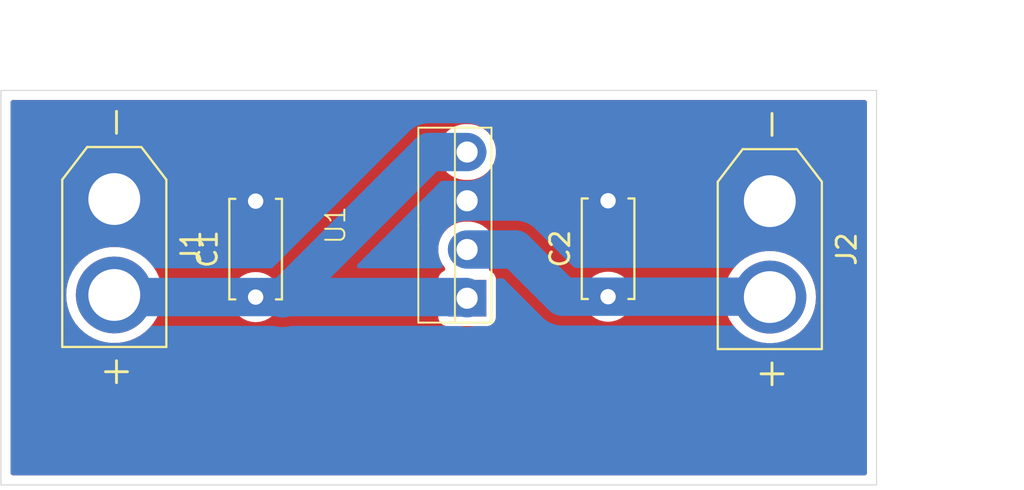
<source format=kicad_pcb>
(kicad_pcb (version 20240108) (generator "pcbnew") (generator_version "8.0")
  (layers (0 "F.Cu" signal) (31 "B.Cu" signal) (34 "B.Paste" user) (35 "F.Paste" user) (36 "B.SilkS" user "B.Silkscreen") (37 "F.SilkS" user "F.Silkscreen") (38 "B.Mask" user) (39 "F.Mask" user) (44 "Edge.Cuts" user))
  (net 0 "")
  (net 1 "GND")
  (net 2 "Net-(J1-Pin_2)")
  (net 3 "Net-(J2-Pin_2)")
  (footprint "Capacitor_THT:C_Disc_D5.0mm_W2.5mm_P5.00mm" (layer "F.Cu") (at 141.96 88.82 90)
    (property "Reference" "C2" (at 2.5 -2.5 90) (layer "F.SilkS"))
    (property "Value" "22u")
    (fp_line (start 5.12 -1.37) (end 5.12 -1.055) (stroke (width 0.12)) (layer "F.SilkS"))
    (fp_line (start -0.12 -1.37) (end 5.12 -1.37) (stroke (width 0.12)) (layer "F.SilkS"))
    (fp_line (start -0.12 -1.37) (end -0.12 -1.055) (stroke (width 0.12)) (layer "F.SilkS"))
    (fp_line (start 5.12 1.055) (end 5.12 1.37) (stroke (width 0.12)) (layer "F.SilkS"))
    (fp_line (start -0.12 1.055) (end -0.12 1.37) (stroke (width 0.12)) (layer "F.SilkS"))
    (fp_line (start -0.12 1.37) (end 5.12 1.37) (stroke (width 0.12)) (layer "F.SilkS"))
    (pad "1" thru_hole circle (at 0 0 90) (size 1.6 1.6) (drill 0.8) (layers "*.Cu" "*.Mask") (net 3 "Net-(J2-Pin_2)"))
    (pad "2" thru_hole circle (at 5 0 90) (size 1.6 1.6) (drill 0.8) (layers "*.Cu" "*.Mask") (net 1 "GND"))
  )
  (footprint "Connector_AMASS:AMASS_XT30U-F_1x02_P5.0mm_Vertical" (layer "F.Cu") (at 116.25 83.73 -90)
    (property "Reference" "J1" (at 2.5 -4 90) (layer "F.SilkS"))
    (property "Value" "Conn_01x02_Pin")
    (fp_line (start -1.01 2.71) (end 7.71 2.71) (stroke (width 0.12)) (layer "F.SilkS"))
    (fp_line (start -2.71 1.41) (end -1.01 2.71) (stroke (width 0.12)) (layer "F.SilkS"))
    (fp_line (start -2.71 -1.41) (end -2.71 1.41) (stroke (width 0.12)) (layer "F.SilkS"))
    (fp_line (start -2.71 -1.41) (end -1.01 -2.71) (stroke (width 0.12)) (layer "F.SilkS"))
    (fp_line (start -1.01 -2.71) (end 7.71 -2.71) (stroke (width 0.12)) (layer "F.SilkS"))
    (fp_line (start 7.71 -2.71) (end 7.71 2.71) (stroke (width 0.12)) (layer "F.SilkS"))
    (fp_text user "+" (at 9 0 90) (layer "F.SilkS") (effects (font (size 1.5 1.5))))
    (fp_text user "-" (at -4 0 90) (layer "F.SilkS") (effects (font (size 1.5 1.5))))
    (pad "1" thru_hole rect (at 0 0 270) (size 3.8 3.8) (drill 2.7) (layers "*.Cu" "*.Mask") (net 1 "GND"))
    (pad "2" thru_hole circle (at 5 0 270) (size 4 4) (drill 2.7) (layers "*.Cu" "*.Mask") (net 2 "Net-(J1-Pin_2)"))
  )
  (footprint "Capacitor_THT:C_Disc_D5.0mm_W2.5mm_P5.00mm" (layer "F.Cu") (at 123.61 88.84 90)
    (property "Reference" "C1" (at 2.5 -2.5 90) (layer "F.SilkS"))
    (property "Value" "0.33u")
    (fp_line (start 5.12 -1.37) (end 5.12 -1.055) (stroke (width 0.12)) (layer "F.SilkS"))
    (fp_line (start -0.12 -1.37) (end 5.12 -1.37) (stroke (width 0.12)) (layer "F.SilkS"))
    (fp_line (start -0.12 -1.37) (end -0.12 -1.055) (stroke (width 0.12)) (layer "F.SilkS"))
    (fp_line (start 5.12 1.055) (end 5.12 1.37) (stroke (width 0.12)) (layer "F.SilkS"))
    (fp_line (start -0.12 1.055) (end -0.12 1.37) (stroke (width 0.12)) (layer "F.SilkS"))
    (fp_line (start -0.12 1.37) (end 5.12 1.37) (stroke (width 0.12)) (layer "F.SilkS"))
    (pad "1" thru_hole circle (at 0 0 90) (size 1.6 1.6) (drill 0.8) (layers "*.Cu" "*.Mask") (net 2 "Net-(J1-Pin_2)"))
    (pad "2" thru_hole circle (at 5 0 90) (size 1.6 1.6) (drill 0.8) (layers "*.Cu" "*.Mask") (net 1 "GND"))
  )
  (footprint "Connector_AMASS:AMASS_XT30U-M_1x02_P5.0mm_Vertical" (layer "F.Cu") (at 150.38 83.84 -90)
    (property "Reference" "J2" (at 2.5 -4 90) (layer "F.SilkS"))
    (property "Value" "Conn_01x02_Pin")
    (fp_line (start -1.01 2.71) (end 7.71 2.71) (stroke (width 0.12)) (layer "F.SilkS"))
    (fp_line (start -2.71 1.41) (end -1.01 2.71) (stroke (width 0.12)) (layer "F.SilkS"))
    (fp_line (start -2.71 -1.41) (end -2.71 1.41) (stroke (width 0.12)) (layer "F.SilkS"))
    (fp_line (start -2.71 -1.41) (end -1.01 -2.71) (stroke (width 0.12)) (layer "F.SilkS"))
    (fp_line (start -1.01 -2.71) (end 7.71 -2.71) (stroke (width 0.12)) (layer "F.SilkS"))
    (fp_line (start 7.71 -2.71) (end 7.71 2.71) (stroke (width 0.12)) (layer "F.SilkS"))
    (fp_text user "+" (at 9 0 90) (layer "F.SilkS") (effects (font (size 1.5 1.5))))
    (fp_text user "-" (at -4 0 90) (layer "F.SilkS") (effects (font (size 1.5 1.5))))
    (pad "1" thru_hole rect (at 0 0 270) (size 3.8 3.8) (drill 2.7) (layers "*.Cu" "*.Mask") (net 1 "GND"))
    (pad "2" thru_hole circle (at 5 0 270) (size 3.8 3.8) (drill 2.7) (layers "*.Cu" "*.Mask") (net 3 "Net-(J2-Pin_2)"))
  )
  (footprint "NJM2396:NJM2396" (layer "F.Cu") (at 128.27 85.09 90)
    (property "Reference" "U1" (at 0 -0.5 90) (layer "F.SilkS") (effects (font (thickness 0.1))))
    (property "Value" "NJM2396")
    (fp_line (start 5.08 3.81) (end 0 3.81) (stroke (width 0.1)) (layer "F.SilkS"))
    (fp_line (start 0 3.81) (end -5.08 3.81) (stroke (width 0.1)) (layer "F.SilkS"))
    (fp_line (start -5.08 3.81) (end -5.08 7.62) (stroke (width 0.1)) (layer "F.SilkS"))
    (fp_line (start -5.08 5.715) (end 5.08 5.715) (stroke (width 0.1)) (layer "F.SilkS"))
    (fp_line (start 5.08 7.62) (end 5.08 3.81) (stroke (width 0.1)) (layer "F.SilkS"))
    (fp_line (start -5.08 7.62) (end 5.08 7.62) (stroke (width 0.1)) (layer "F.SilkS"))
    (pad "1" thru_hole rect (at -3.81 6.35 90) (size 1.905 2) (drill 1.1) (layers "*.Cu" "*.Mask") (net 2 "Net-(J1-Pin_2)"))
    (pad "2" thru_hole oval (at -1.27 6.35 270) (size 1.905 2) (drill 1.1) (layers "*.Cu" "*.Mask") (net 3 "Net-(J2-Pin_2)"))
    (pad "3" thru_hole oval (at 1.27 6.35 270) (size 1.905 2) (drill 1.1) (layers "*.Cu" "*.Mask") (net 1 "GND"))
    (pad "4" thru_hole oval (at 3.81 6.35 270) (size 1.905 2) (drill 1.1) (layers "*.Cu" "*.Mask") (net 2 "Net-(J1-Pin_2)"))
  )
  (gr_rect (start 110.35 78.07) (end 155.94 98.63) (stroke (width 0.05)) (fill none) (layer "Edge.Cuts"))
  (gr_text "出力" (at 145.25 97.63 0) (layer "F.Cu" knockout) (effects (font (size 3 3) (thickness 0.75) (bold yes)) (justify left bottom)))
  (gr_text "入力" (at 111.32 97.63 0) (layer "F.Cu" knockout) (effects (font (size 3 3) (thickness 0.75) (bold yes)) (justify left bottom)))
  (segment (start 134.56 88.84) (end 116.36 88.84) (width 2) (layer "B.Cu") (net 2))
  (segment (start 134.62 88.9) (end 134.56 88.84) (width 2) (layer "B.Cu") (net 2))
  (segment (start 125.01 88.9) (end 125.03 88.9) (width 2) (layer "B.Cu") (net 2))
  (segment (start 116.36 88.84) (end 116.25 88.73) (width 2) (layer "B.Cu") (net 2))
  (segment (start 132.65 81.28) (end 134.62 81.28) (width 2) (layer "B.Cu") (net 2))
  (segment (start 128.63 88.9) (end 128.59 88.86) (width 0.8) (layer "B.Cu") (net 2))
  (segment (start 125.03 88.9) (end 132.65 81.28) (width 2) (layer "B.Cu") (net 2))
  (segment (start 139.59 88.82) (end 137.13 86.36) (width 2) (layer "B.Cu") (net 3))
  (segment (start 137.13 86.36) (end 134.62 86.36) (width 2) (layer "B.Cu") (net 3))
  (segment (start 150.38 88.84) (end 150.36 88.82) (width 2) (layer "B.Cu") (net 3))
  (segment (start 150.36 88.82) (end 139.71 88.82) (width 2) (layer "B.Cu") (net 3))
  (zone (net 1) (net_name "GND") (layers "F&B.Cu") (name "Ｆ") (connect_pads yes (clearance 0.5)) (min_thickness 0.25) (fill yes (thermal_gap 0.5) (thermal_bridge_width 0.5))
    (polygon (pts (xy 110.41 78.06) (xy 155.99 78.06) (xy 155.99 98.58) (xy 110.35 98.46)))
  )
)
</source>
